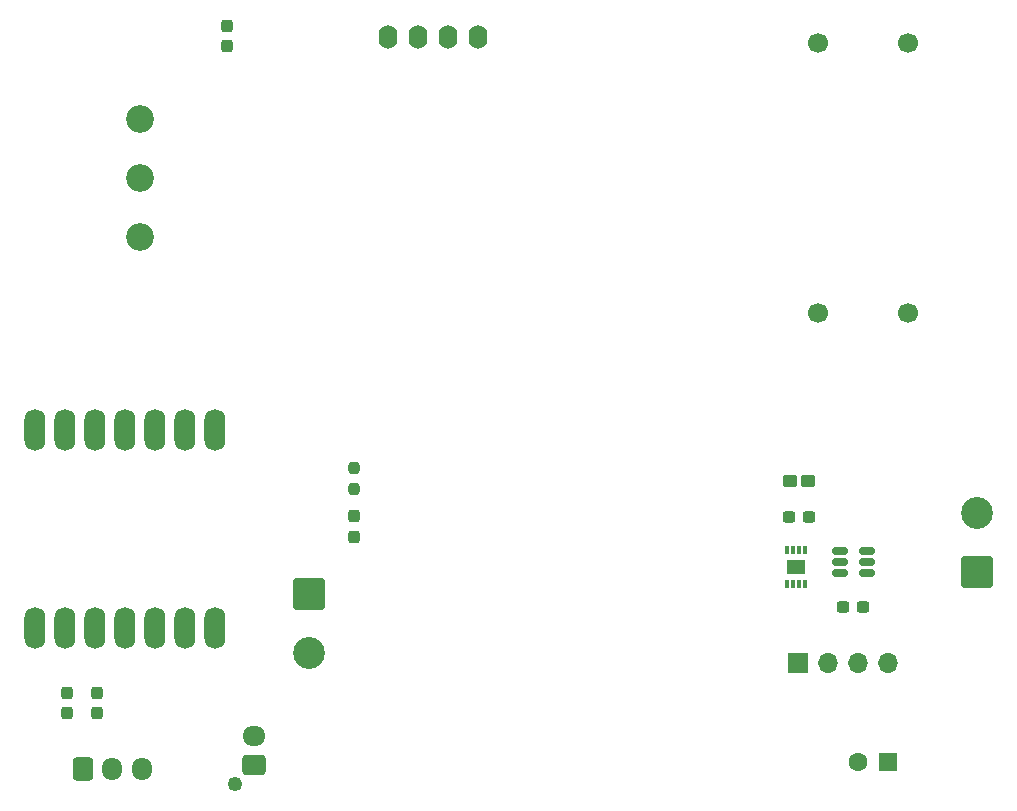
<source format=gbr>
%TF.GenerationSoftware,KiCad,Pcbnew,7.0.10*%
%TF.CreationDate,2024-02-14T22:25:51-08:00*%
%TF.ProjectId,pcb_lab,7063625f-6c61-4622-9e6b-696361645f70,rev?*%
%TF.SameCoordinates,Original*%
%TF.FileFunction,Soldermask,Top*%
%TF.FilePolarity,Negative*%
%FSLAX46Y46*%
G04 Gerber Fmt 4.6, Leading zero omitted, Abs format (unit mm)*
G04 Created by KiCad (PCBNEW 7.0.10) date 2024-02-14 22:25:51*
%MOMM*%
%LPD*%
G01*
G04 APERTURE LIST*
G04 Aperture macros list*
%AMRoundRect*
0 Rectangle with rounded corners*
0 $1 Rounding radius*
0 $2 $3 $4 $5 $6 $7 $8 $9 X,Y pos of 4 corners*
0 Add a 4 corners polygon primitive as box body*
4,1,4,$2,$3,$4,$5,$6,$7,$8,$9,$2,$3,0*
0 Add four circle primitives for the rounded corners*
1,1,$1+$1,$2,$3*
1,1,$1+$1,$4,$5*
1,1,$1+$1,$6,$7*
1,1,$1+$1,$8,$9*
0 Add four rect primitives between the rounded corners*
20,1,$1+$1,$2,$3,$4,$5,0*
20,1,$1+$1,$4,$5,$6,$7,0*
20,1,$1+$1,$6,$7,$8,$9,0*
20,1,$1+$1,$8,$9,$2,$3,0*%
G04 Aperture macros list end*
%ADD10RoundRect,0.237500X0.237500X-0.300000X0.237500X0.300000X-0.237500X0.300000X-0.237500X-0.300000X0*%
%ADD11RoundRect,0.237500X-0.237500X0.250000X-0.237500X-0.250000X0.237500X-0.250000X0.237500X0.250000X0*%
%ADD12RoundRect,0.237500X-0.237500X0.300000X-0.237500X-0.300000X0.237500X-0.300000X0.237500X0.300000X0*%
%ADD13C,2.340000*%
%ADD14RoundRect,0.250000X0.375000X0.275000X-0.375000X0.275000X-0.375000X-0.275000X0.375000X-0.275000X0*%
%ADD15RoundRect,0.237500X0.300000X0.237500X-0.300000X0.237500X-0.300000X-0.237500X0.300000X-0.237500X0*%
%ADD16O,1.600000X2.000000*%
%ADD17RoundRect,0.250000X-0.600000X-0.725000X0.600000X-0.725000X0.600000X0.725000X-0.600000X0.725000X0*%
%ADD18O,1.700000X1.950000*%
%ADD19C,1.700000*%
%ADD20R,0.300000X0.750000*%
%ADD21R,1.500000X1.300000*%
%ADD22O,1.778000X3.556000*%
%ADD23RoundRect,0.150000X-0.512500X-0.150000X0.512500X-0.150000X0.512500X0.150000X-0.512500X0.150000X0*%
%ADD24RoundRect,0.237500X-0.300000X-0.237500X0.300000X-0.237500X0.300000X0.237500X-0.300000X0.237500X0*%
%ADD25RoundRect,0.250001X1.099999X-1.099999X1.099999X1.099999X-1.099999X1.099999X-1.099999X-1.099999X0*%
%ADD26C,2.700000*%
%ADD27RoundRect,0.237500X0.237500X-0.287500X0.237500X0.287500X-0.237500X0.287500X-0.237500X-0.287500X0*%
%ADD28R,1.600000X1.600000*%
%ADD29C,1.600000*%
%ADD30R,1.700000X1.700000*%
%ADD31O,1.700000X1.700000*%
%ADD32C,1.250000*%
%ADD33RoundRect,0.250000X0.725000X-0.600000X0.725000X0.600000X-0.725000X0.600000X-0.725000X-0.600000X0*%
%ADD34O,1.950000X1.700000*%
%ADD35RoundRect,0.250001X-1.099999X1.099999X-1.099999X-1.099999X1.099999X-1.099999X1.099999X1.099999X0*%
G04 APERTURE END LIST*
D10*
%TO.C,C2*%
X81432400Y-108284500D03*
X81432400Y-106559500D03*
%TD*%
D11*
%TO.C,R1*%
X105791000Y-87503000D03*
X105791000Y-89328000D03*
%TD*%
D12*
%TO.C,C3*%
X94996000Y-50094500D03*
X94996000Y-51819500D03*
%TD*%
D13*
%TO.C,RV1*%
X87630000Y-57992000D03*
X87630000Y-62992000D03*
X87630000Y-67992000D03*
%TD*%
D14*
%TO.C,C5*%
X144247700Y-88650700D03*
X142647700Y-88650700D03*
%TD*%
D15*
%TO.C,C6*%
X144330200Y-91698700D03*
X142605200Y-91698700D03*
%TD*%
D16*
%TO.C,Brd1*%
X108648000Y-51042000D03*
X111188000Y-51042000D03*
X113728000Y-51042000D03*
X116268000Y-51042000D03*
%TD*%
D17*
%TO.C,SW1*%
X82793200Y-113010600D03*
D18*
X85293200Y-113010600D03*
X87793200Y-113010600D03*
%TD*%
D19*
%TO.C,M1*%
X145034000Y-51562000D03*
X152654000Y-51562000D03*
X152654000Y-74422000D03*
X145034000Y-74422000D03*
%TD*%
D20*
%TO.C,U3*%
X143963700Y-94439700D03*
X143463700Y-94439700D03*
X142963700Y-94439700D03*
X142463700Y-94439700D03*
X142463700Y-97339700D03*
X142963700Y-97339700D03*
X143463700Y-97339700D03*
X143963700Y-97339700D03*
D21*
X143213700Y-95889700D03*
%TD*%
D22*
%TO.C,U1*%
X78740000Y-101041200D03*
X81280000Y-101041200D03*
X83820000Y-101041200D03*
X86360000Y-101041200D03*
X88900000Y-101041200D03*
X91440000Y-101041200D03*
X93980000Y-101041200D03*
X78740000Y-84277200D03*
X81280000Y-84277200D03*
X83820000Y-84277200D03*
X86360000Y-84277200D03*
X88900000Y-84277200D03*
X91440000Y-84277200D03*
X93980000Y-84277200D03*
%TD*%
D23*
%TO.C,U4*%
X146902200Y-94558700D03*
X146902200Y-95508700D03*
X146902200Y-96458700D03*
X149177200Y-96458700D03*
X149177200Y-95508700D03*
X149177200Y-94558700D03*
%TD*%
D24*
%TO.C,C7*%
X147177200Y-99318700D03*
X148902200Y-99318700D03*
%TD*%
D10*
%TO.C,C1*%
X83972400Y-108284500D03*
X83972400Y-106559500D03*
%TD*%
D25*
%TO.C,LS1*%
X158513300Y-96313000D03*
D26*
X158513300Y-91313000D03*
%TD*%
D27*
%TO.C,D2*%
X105791000Y-93331000D03*
X105791000Y-91581000D03*
%TD*%
D28*
%TO.C,C8*%
X150980300Y-112389200D03*
D29*
X148480300Y-112389200D03*
%TD*%
D30*
%TO.C,D1*%
X143400300Y-104013000D03*
D31*
X145940300Y-104013000D03*
X148480300Y-104013000D03*
X151020300Y-104013000D03*
%TD*%
D32*
%TO.C,BT1*%
X95682000Y-114310600D03*
D33*
X97282000Y-112710600D03*
D34*
X97282000Y-110210600D03*
%TD*%
D35*
%TO.C,J1*%
X101939000Y-98179500D03*
D26*
X101939000Y-103179500D03*
%TD*%
M02*

</source>
